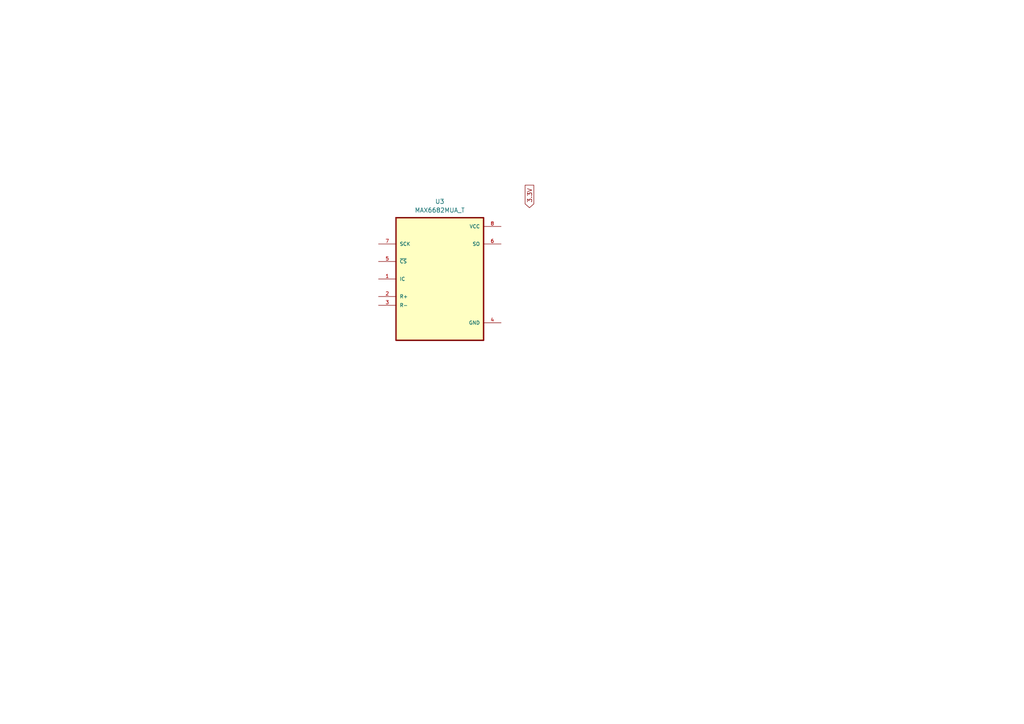
<source format=kicad_sch>
(kicad_sch (version 20230121) (generator eeschema)

  (uuid 2b034380-7620-446f-a17d-7ab9ea69ed86)

  (paper "A4")

  (lib_symbols
    (symbol "MAX6682MUA_T:MAX6682MUA_T" (pin_names (offset 1.016)) (in_bom yes) (on_board yes)
      (property "Reference" "U" (at -12.7 18.78 0)
        (effects (font (size 1.27 1.27)) (justify left bottom))
      )
      (property "Value" "MAX6682MUA_T" (at -12.7 -21.78 0)
        (effects (font (size 1.27 1.27)) (justify left bottom))
      )
      (property "Footprint" "MAX6682MUA_T:SOP65P490X110-8N" (at 0 0 0)
        (effects (font (size 1.27 1.27)) (justify bottom) hide)
      )
      (property "Datasheet" "" (at 0 0 0)
        (effects (font (size 1.27 1.27)) hide)
      )
      (symbol "MAX6682MUA_T_0_0"
        (rectangle (start -12.7 -17.78) (end 12.7 17.78)
          (stroke (width 0.41) (type default))
          (fill (type background))
        )
        (pin bidirectional line (at -17.78 0 0) (length 5.08)
          (name "IC" (effects (font (size 1.016 1.016))))
          (number "1" (effects (font (size 1.016 1.016))))
        )
        (pin bidirectional line (at -17.78 -5.08 0) (length 5.08)
          (name "R+" (effects (font (size 1.016 1.016))))
          (number "2" (effects (font (size 1.016 1.016))))
        )
        (pin bidirectional line (at -17.78 -7.62 0) (length 5.08)
          (name "R-" (effects (font (size 1.016 1.016))))
          (number "3" (effects (font (size 1.016 1.016))))
        )
        (pin power_in line (at 17.78 -12.7 180) (length 5.08)
          (name "GND" (effects (font (size 1.016 1.016))))
          (number "4" (effects (font (size 1.016 1.016))))
        )
        (pin bidirectional line (at -17.78 5.08 0) (length 5.08)
          (name "~{CS}" (effects (font (size 1.016 1.016))))
          (number "5" (effects (font (size 1.016 1.016))))
        )
        (pin output line (at 17.78 10.16 180) (length 5.08)
          (name "SO" (effects (font (size 1.016 1.016))))
          (number "6" (effects (font (size 1.016 1.016))))
        )
        (pin input line (at -17.78 10.16 0) (length 5.08)
          (name "SCK" (effects (font (size 1.016 1.016))))
          (number "7" (effects (font (size 1.016 1.016))))
        )
        (pin power_in line (at 17.78 15.24 180) (length 5.08)
          (name "VCC" (effects (font (size 1.016 1.016))))
          (number "8" (effects (font (size 1.016 1.016))))
        )
      )
    )
  )


  (global_label "3.3V" (shape input) (at 153.5684 60.2488 90) (fields_autoplaced)
    (effects (font (size 1.27 1.27)) (justify left))
    (uuid 8dde8705-d474-4d91-a039-9f5e81017708)
    (property "Intersheetrefs" "${INTERSHEET_REFS}" (at 153.5684 53.1512 90)
      (effects (font (size 1.27 1.27)) (justify left) hide)
    )
  )

  (symbol (lib_id "MAX6682MUA_T:MAX6682MUA_T") (at 127.5588 80.9244 0) (unit 1)
    (in_bom yes) (on_board yes) (dnp no) (fields_autoplaced)
    (uuid 7a725629-7298-46ad-b08e-4d5d4cc15a49)
    (property "Reference" "U3" (at 127.5588 58.4454 0)
      (effects (font (size 1.27 1.27)))
    )
    (property "Value" "MAX6682MUA_T" (at 127.5588 60.9854 0)
      (effects (font (size 1.27 1.27)))
    )
    (property "Footprint" "MAX6682MUA_T:SOP65P490X110-8N" (at 127.5588 80.9244 0)
      (effects (font (size 1.27 1.27)) (justify bottom) hide)
    )
    (property "Datasheet" "https://www.digikey.com/en/products/detail/analog-devices-inc-maxim-integrated/MAX6682MUA-T/1521564" (at 127.5588 80.9244 0)
      (effects (font (size 1.27 1.27)) hide)
    )
    (pin "1" (uuid 0d0d6dda-e0aa-48d8-a72f-0de69b3e8553))
    (pin "2" (uuid e7ce613b-41a9-4bd3-b6b0-7d926189309a))
    (pin "3" (uuid 2fe352a2-2989-4385-8f18-a39e0385aab6))
    (pin "4" (uuid 1262d736-6dff-48dc-96dd-9c5fda1acd3e))
    (pin "5" (uuid ce54ecf4-ce40-4494-8762-3515d128484c))
    (pin "6" (uuid 88cb04e7-083b-439c-b4ad-4fb90e646edc))
    (pin "7" (uuid 35e2e33c-4149-4ce1-bd00-a23a741bc71a))
    (pin "8" (uuid fd70ad5e-0617-4864-807d-579138368f6b))
    (instances
      (project "PowerBoard_2024"
        (path "/edafbba2-a435-43f4-b562-0d9c3591042d"
          (reference "U3") (unit 1)
        )
        (path "/edafbba2-a435-43f4-b562-0d9c3591042d/ffdb837d-179a-4c43-937e-0e6a6c9aebe4"
          (reference "U3") (unit 1)
        )
      )
    )
  )
)

</source>
